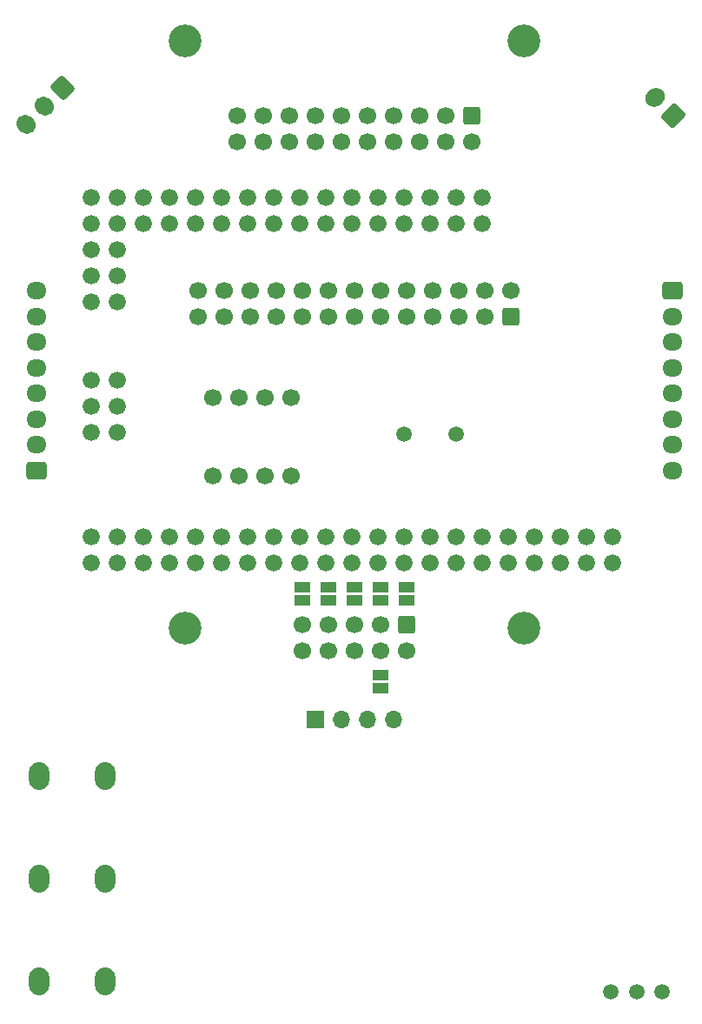
<source format=gbr>
%TF.GenerationSoftware,KiCad,Pcbnew,7.0.6*%
%TF.CreationDate,2023-12-23T00:17:47+09:00*%
%TF.ProjectId,MainBoard_ATMega2560Pro_20230629,4d61696e-426f-4617-9264-5f41544d6567,rev?*%
%TF.SameCoordinates,Original*%
%TF.FileFunction,Soldermask,Bot*%
%TF.FilePolarity,Negative*%
%FSLAX46Y46*%
G04 Gerber Fmt 4.6, Leading zero omitted, Abs format (unit mm)*
G04 Created by KiCad (PCBNEW 7.0.6) date 2023-12-23 00:17:47*
%MOMM*%
%LPD*%
G01*
G04 APERTURE LIST*
G04 Aperture macros list*
%AMRoundRect*
0 Rectangle with rounded corners*
0 $1 Rounding radius*
0 $2 $3 $4 $5 $6 $7 $8 $9 X,Y pos of 4 corners*
0 Add a 4 corners polygon primitive as box body*
4,1,4,$2,$3,$4,$5,$6,$7,$8,$9,$2,$3,0*
0 Add four circle primitives for the rounded corners*
1,1,$1+$1,$2,$3*
1,1,$1+$1,$4,$5*
1,1,$1+$1,$6,$7*
1,1,$1+$1,$8,$9*
0 Add four rect primitives between the rounded corners*
20,1,$1+$1,$2,$3,$4,$5,0*
20,1,$1+$1,$4,$5,$6,$7,0*
20,1,$1+$1,$6,$7,$8,$9,0*
20,1,$1+$1,$8,$9,$2,$3,0*%
%AMHorizOval*
0 Thick line with rounded ends*
0 $1 width*
0 $2 $3 position (X,Y) of the first rounded end (center of the circle)*
0 $4 $5 position (X,Y) of the second rounded end (center of the circle)*
0 Add line between two ends*
20,1,$1,$2,$3,$4,$5,0*
0 Add two circle primitives to create the rounded ends*
1,1,$1,$2,$3*
1,1,$1,$4,$5*%
G04 Aperture macros list end*
%ADD10C,3.200000*%
%ADD11O,2.000000X2.700000*%
%ADD12RoundRect,0.250000X0.954594X0.106066X0.106066X0.954594X-0.954594X-0.106066X-0.106066X-0.954594X0*%
%ADD13HorizOval,1.700000X0.106066X0.106066X-0.106066X-0.106066X0*%
%ADD14R,1.700000X1.700000*%
%ADD15O,1.700000X1.700000*%
%ADD16C,1.676400*%
%ADD17C,1.500000*%
%ADD18RoundRect,0.250000X-0.600000X0.600000X-0.600000X-0.600000X0.600000X-0.600000X0.600000X0.600000X0*%
%ADD19C,1.700000*%
%ADD20RoundRect,0.250000X-0.088388X0.936916X-0.936916X0.088388X0.088388X-0.936916X0.936916X-0.088388X0*%
%ADD21HorizOval,1.700000X-0.088388X0.088388X0.088388X-0.088388X0*%
%ADD22R,1.500000X1.000000*%
%ADD23RoundRect,0.250000X-0.725000X0.600000X-0.725000X-0.600000X0.725000X-0.600000X0.725000X0.600000X0*%
%ADD24O,1.950000X1.700000*%
%ADD25RoundRect,0.250000X0.600000X-0.600000X0.600000X0.600000X-0.600000X0.600000X-0.600000X-0.600000X0*%
%ADD26RoundRect,0.250000X0.725000X-0.600000X0.725000X0.600000X-0.725000X0.600000X-0.725000X-0.600000X0*%
G04 APERTURE END LIST*
D10*
%TO.C,REF\u002A\u002A*%
X118240000Y-67708707D03*
%TD*%
%TO.C,REF\u002A\u002A*%
X118240000Y-124866345D03*
%TD*%
D11*
%TO.C,SW3*%
X70990000Y-159287500D03*
X77490000Y-159287500D03*
%TD*%
D12*
%TO.C,J5*%
X132815736Y-74979531D03*
D13*
X131047969Y-73211764D03*
%TD*%
D11*
%TO.C,SW1*%
X70990000Y-139287500D03*
X77490000Y-139287500D03*
%TD*%
D14*
%TO.C,J3*%
X97940000Y-133762500D03*
D15*
X100480000Y-133762500D03*
X103020000Y-133762500D03*
X105560000Y-133762500D03*
%TD*%
D10*
%TO.C,REF\u002A\u002A*%
X85240000Y-124866345D03*
%TD*%
D16*
%TO.C,U1*%
X119320000Y-118567500D03*
X119320000Y-116027500D03*
X121860000Y-118567500D03*
X121860000Y-116027500D03*
X76140000Y-100787500D03*
X114240000Y-83007500D03*
X114240000Y-85547500D03*
X111700000Y-83007500D03*
X111700000Y-85547500D03*
X109160000Y-83007500D03*
X109160000Y-85547500D03*
X106620000Y-83007500D03*
X106620000Y-85547500D03*
X104080000Y-83007500D03*
X104080000Y-85547500D03*
X101540000Y-83007500D03*
X101540000Y-85547500D03*
X99000000Y-83007500D03*
X99000000Y-85547500D03*
X96460000Y-83007500D03*
X96460000Y-85547500D03*
X116780000Y-116027500D03*
X111700000Y-116027500D03*
X111700000Y-118567500D03*
X109160000Y-116027500D03*
X109160000Y-118567500D03*
X106620000Y-116027500D03*
X106620000Y-118567500D03*
X104080000Y-116027500D03*
X104080000Y-118567500D03*
X101540000Y-116027500D03*
X101540000Y-118567500D03*
X99000000Y-116027500D03*
X99000000Y-118567500D03*
X96460000Y-116027500D03*
X96460000Y-118567500D03*
X93920000Y-116027500D03*
X93920000Y-118567500D03*
X91380000Y-116027500D03*
X91380000Y-118567500D03*
X88840000Y-116027500D03*
X88840000Y-118567500D03*
X86300000Y-116027500D03*
X86300000Y-118567500D03*
X83760000Y-116027500D03*
X83760000Y-118567500D03*
X81220000Y-116027500D03*
X81220000Y-118567500D03*
X78680000Y-116027500D03*
X78680000Y-118567500D03*
X76140000Y-116027500D03*
X76140000Y-118567500D03*
X93920000Y-83007500D03*
X93920000Y-85547500D03*
X91380000Y-83007500D03*
X91380000Y-85547500D03*
X88840000Y-83007500D03*
X88840000Y-85547500D03*
X86300000Y-83007500D03*
X86300000Y-85547500D03*
X83760000Y-83007500D03*
X83760000Y-85547500D03*
X81220000Y-83007500D03*
X81220000Y-85547500D03*
X78680000Y-83007500D03*
X78680000Y-85547500D03*
X76140000Y-83007500D03*
X76140000Y-85547500D03*
X76140000Y-88087500D03*
X78680000Y-88087500D03*
X76140000Y-90627500D03*
X78680000Y-90627500D03*
X76140000Y-93167500D03*
X78680000Y-93167500D03*
X124400000Y-118567500D03*
X124400000Y-116027500D03*
X76140000Y-105867500D03*
X78680000Y-100787500D03*
X76140000Y-103327500D03*
X78680000Y-105867500D03*
X116780000Y-118567500D03*
X114240000Y-116027500D03*
X78680000Y-103327500D03*
X114240000Y-118567500D03*
X126940000Y-118567500D03*
X126940000Y-116027500D03*
%TD*%
D17*
%TO.C,SW4*%
X131740000Y-160287500D03*
X129240000Y-160287500D03*
X126740000Y-160287500D03*
%TD*%
D18*
%TO.C,J1*%
X106820000Y-124535000D03*
D19*
X106820000Y-127075000D03*
X104280000Y-124535000D03*
X104280000Y-127075000D03*
X101740000Y-124535000D03*
X101740000Y-127075000D03*
X99200000Y-124535000D03*
X99200000Y-127075000D03*
X96660000Y-124535000D03*
X96660000Y-127075000D03*
%TD*%
D17*
%TO.C,BZ1*%
X106620000Y-106027500D03*
X111620000Y-106027500D03*
%TD*%
D20*
%TO.C,J8*%
X73315915Y-72327881D03*
D21*
X71548148Y-74095648D03*
X69780381Y-75863415D03*
%TD*%
D10*
%TO.C,REF\u002A\u002A*%
X85240000Y-67708669D03*
%TD*%
D18*
%TO.C,J6*%
X113170000Y-75035000D03*
D19*
X113170000Y-77575000D03*
X110630000Y-75035000D03*
X110630000Y-77575000D03*
X108090000Y-75035000D03*
X108090000Y-77575000D03*
X105550000Y-75035000D03*
X105550000Y-77575000D03*
X103010000Y-75035000D03*
X103010000Y-77575000D03*
X100470000Y-75035000D03*
X100470000Y-77575000D03*
X97930000Y-75035000D03*
X97930000Y-77575000D03*
X95390000Y-75035000D03*
X95390000Y-77575000D03*
X92850000Y-75035000D03*
X92850000Y-77575000D03*
X90310000Y-75035000D03*
X90310000Y-77575000D03*
%TD*%
D11*
%TO.C,SW2*%
X70990000Y-149287500D03*
X77490000Y-149287500D03*
%TD*%
D19*
%TO.C,U2*%
X87930000Y-110097500D03*
X90470000Y-110097500D03*
X93010000Y-110097500D03*
X95550000Y-110097500D03*
X95550000Y-102477500D03*
X93010000Y-102477500D03*
X90470000Y-102477500D03*
X87930000Y-102477500D03*
%TD*%
D22*
%TO.C,JP4*%
X106820000Y-122185000D03*
X106820000Y-120885000D03*
%TD*%
%TO.C,JP5*%
X101740000Y-122185000D03*
X101740000Y-120885000D03*
%TD*%
%TO.C,JP1*%
X104280000Y-129425000D03*
X104280000Y-130725000D03*
%TD*%
D23*
%TO.C,J4*%
X132715000Y-92037500D03*
D24*
X132715000Y-94537500D03*
X132715000Y-97037500D03*
X132715000Y-99537500D03*
X132715000Y-102037500D03*
X132715000Y-104537500D03*
X132715000Y-107037500D03*
X132715000Y-109537500D03*
%TD*%
D22*
%TO.C,JP2*%
X104280000Y-122185000D03*
X104280000Y-120885000D03*
%TD*%
D25*
%TO.C,J7*%
X116980000Y-94540000D03*
D19*
X116980000Y-92000000D03*
X114440000Y-94540000D03*
X114440000Y-92000000D03*
X111900000Y-94540000D03*
X111900000Y-92000000D03*
X109360000Y-94540000D03*
X109360000Y-92000000D03*
X106820000Y-94540000D03*
X106820000Y-92000000D03*
X104280000Y-94540000D03*
X104280000Y-92000000D03*
X101740000Y-94540000D03*
X101740000Y-92000000D03*
X99200000Y-94540000D03*
X99200000Y-92000000D03*
X96660000Y-94540000D03*
X96660000Y-92000000D03*
X94120000Y-94540000D03*
X94120000Y-92000000D03*
X91580000Y-94540000D03*
X91580000Y-92000000D03*
X89040000Y-94540000D03*
X89040000Y-92000000D03*
X86500000Y-94540000D03*
X86500000Y-92000000D03*
%TD*%
D26*
%TO.C,J2*%
X70765000Y-109537500D03*
D24*
X70765000Y-107037500D03*
X70765000Y-104537500D03*
X70765000Y-102037500D03*
X70765000Y-99537500D03*
X70765000Y-97037500D03*
X70765000Y-94537500D03*
X70765000Y-92037500D03*
%TD*%
D22*
%TO.C,JP6*%
X96660000Y-122185000D03*
X96660000Y-120885000D03*
%TD*%
%TO.C,JP3*%
X99200000Y-122185000D03*
X99200000Y-120885000D03*
%TD*%
M02*

</source>
